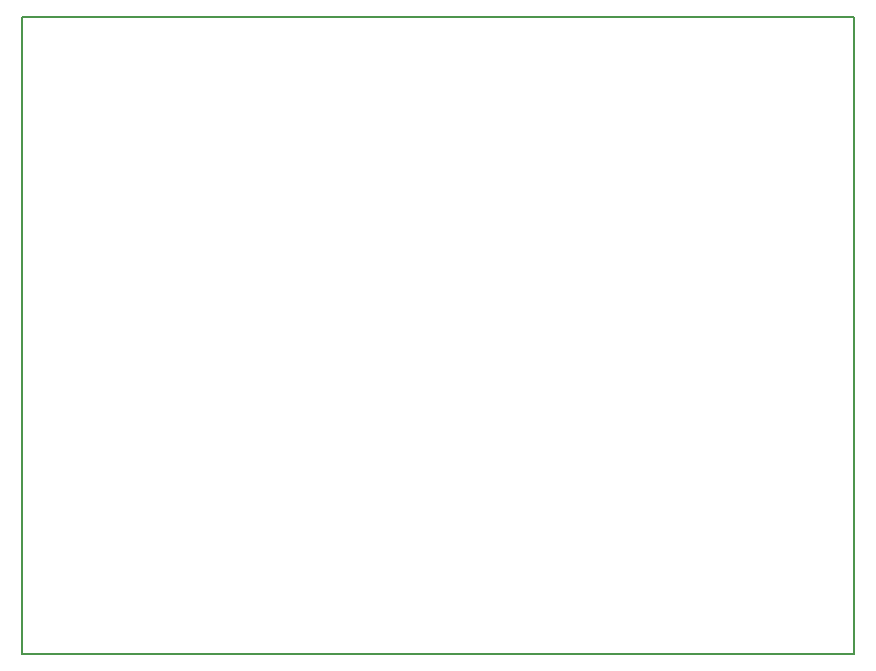
<source format=gm1>
G04 #@! TF.GenerationSoftware,KiCad,Pcbnew,5.1.5+dfsg1-2build2*
G04 #@! TF.CreationDate,2020-11-09T00:04:35+01:00*
G04 #@! TF.ProjectId,power-supply,706f7765-722d-4737-9570-706c792e6b69,rev?*
G04 #@! TF.SameCoordinates,PX292dfe0PY1f3f830*
G04 #@! TF.FileFunction,Profile,NP*
%FSLAX46Y46*%
G04 Gerber Fmt 4.6, Leading zero omitted, Abs format (unit mm)*
G04 Created by KiCad (PCBNEW 5.1.5+dfsg1-2build2) date 2020-11-09 00:04:35*
%MOMM*%
%LPD*%
G04 APERTURE LIST*
%ADD10C,0.150000*%
G04 APERTURE END LIST*
D10*
X0Y-53975000D02*
X70485000Y-53975000D01*
X0Y0D02*
X0Y-53975000D01*
X70485000Y0D02*
X0Y0D01*
X70485000Y-15875000D02*
X70485000Y0D01*
X70485000Y-53975000D02*
X70485000Y-15875000D01*
M02*

</source>
